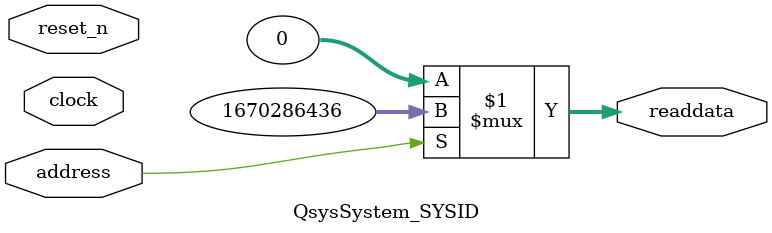
<source format=v>



// synthesis translate_off
`timescale 1ns / 1ps
// synthesis translate_on

// turn off superfluous verilog processor warnings 
// altera message_level Level1 
// altera message_off 10034 10035 10036 10037 10230 10240 10030 

module QsysSystem_SYSID (
               // inputs:
                address,
                clock,
                reset_n,

               // outputs:
                readdata
             )
;

  output  [ 31: 0] readdata;
  input            address;
  input            clock;
  input            reset_n;

  wire    [ 31: 0] readdata;
  //control_slave, which is an e_avalon_slave
  assign readdata = address ? 1670286436 : 0;

endmodule



</source>
